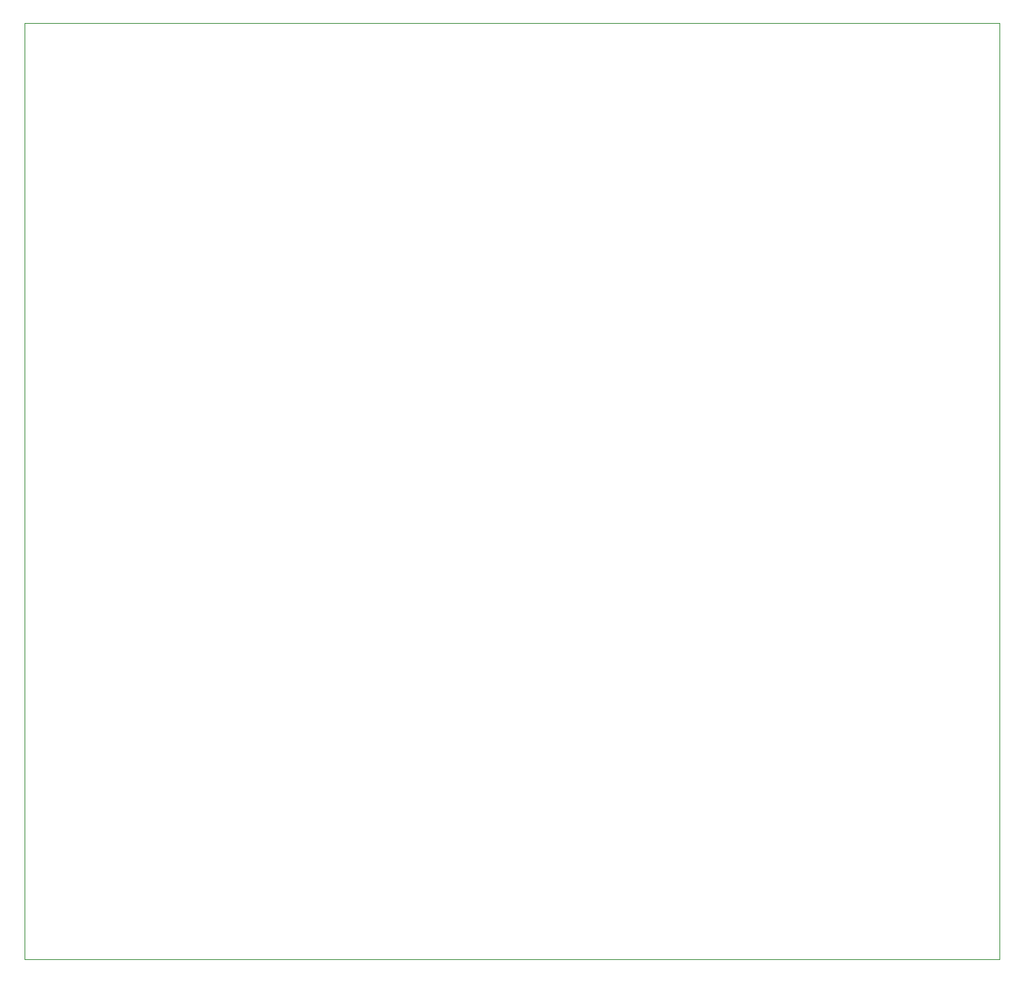
<source format=gbr>
G04*
G04 #@! TF.GenerationSoftware,Altium Limited,Altium Designer,22.4.2 (48)*
G04*
G04 Layer_Color=0*
%FSLAX25Y25*%
%MOIN*%
G70*
G04*
G04 #@! TF.SameCoordinates,C5E8B2FC-1F32-4D00-A684-16CD1971BE58*
G04*
G04*
G04 #@! TF.FilePolarity,Positive*
G04*
G01*
G75*
%ADD82C,0.00100*%
D82*
X95500Y98500D02*
X532500D01*
Y518500D01*
X95500D01*
Y98500D01*
M02*

</source>
